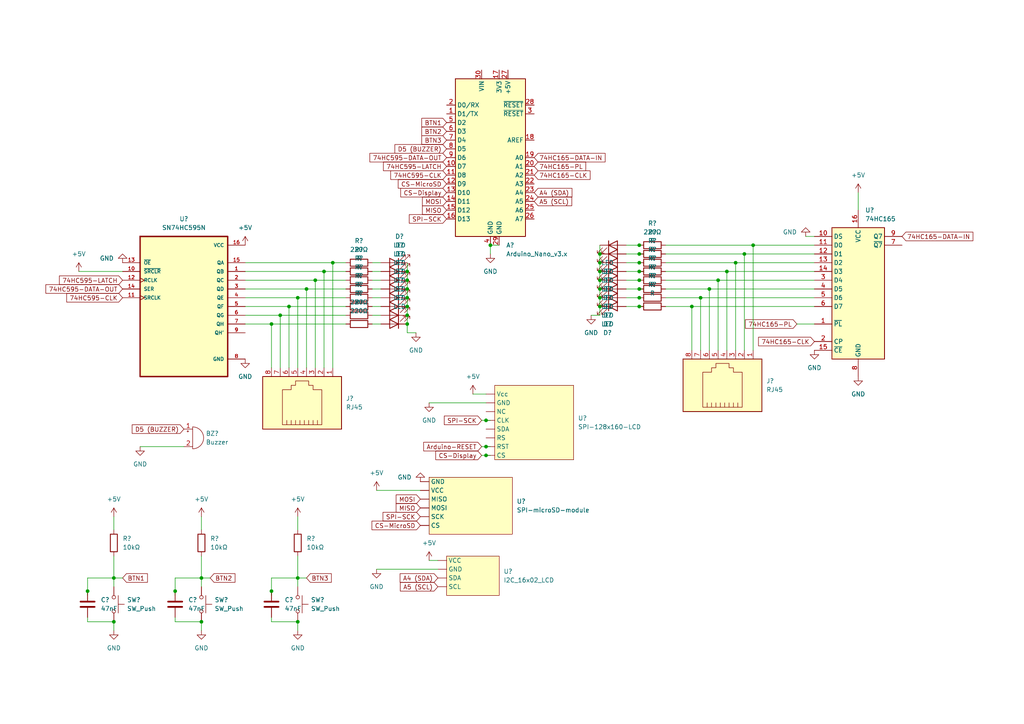
<source format=kicad_sch>
(kicad_sch (version 20211123) (generator eeschema)
  (paper "A4")
  (title_block (title "RJ-45 Tester (by Trifan Bogdan-Cristian)"))
  (lib_symbols
    (symbol "74xx:74HC165"
      (property "Reference" "U" (at -7.62 19.05 0))
      (property "Value" "74HC165" (at -7.62 -21.59 0))
      (symbol "74HC165_1_0"
        (pin input line (at -12.7 -10.16 0) (length 5.08) (name "~{PL}") (number "1"))
        (pin input line (at -12.7 15.24 0) (length 5.08) (name "DS") (number "10"))
        (pin input line (at -12.7 12.7 0) (length 5.08) (name "D0") (number "11"))
        (pin input line (at -12.7 10.16 0) (length 5.08) (name "D1") (number "12"))
        (pin input line (at -12.7 7.62 0) (length 5.08) (name "D2") (number "13"))
        (pin input line (at -12.7 5.08 0) (length 5.08) (name "D3") (number "14"))
        (pin input line (at -12.7 -17.78 0) (length 5.08) (name "~{CE}") (number "15"))
        (pin power_in line (at 0 22.86 270) (length 5.08) (name "VCC") (number "16"))
        (pin input line (at -12.7 -15.24 0) (length 5.08) (name "CP") (number "2"))
        (pin input line (at -12.7 2.54 0) (length 5.08) (name "D4") (number "3"))
        (pin input line (at -12.7 0 0) (length 5.08) (name "D5") (number "4"))
        (pin input line (at -12.7 -2.54 0) (length 5.08) (name "D6") (number "5"))
        (pin input line (at -12.7 -5.08 0) (length 5.08) (name "D7") (number "6"))
        (pin output line (at 12.7 12.7 180) (length 5.08) (name "~{Q7}") (number "7"))
        (pin power_in line (at 0 -25.4 90) (length 5.08) (name "GND") (number "8"))
        (pin output line (at 12.7 15.24 180) (length 5.08) (name "Q7") (number "9"))
      )
      (symbol "74HC165_1_1"
        (rectangle (start -7.62 17.78) (end 7.62 -20.32) (stroke (width 0.254)) (fill (type background)))
      )
    )
    (symbol "Connector:RJ45" (pin_names (offset 1.016))
      (property "Reference" "J" (at -5.08 13.97 0))
      (property "Value" "RJ45" (at 2.54 13.97 0))
      (symbol "RJ45_0_1"
        (polyline (pts (xy -5.08 4.445) (xy -6.35 4.445)))
        (polyline (pts (xy -5.08 5.715) (xy -6.35 5.715)))
        (polyline (pts (xy -6.35 -3.175) (xy -5.08 -3.175) (xy -5.08 -3.175)))
        (polyline (pts (xy -6.35 -1.905) (xy -5.08 -1.905) (xy -5.08 -1.905)))
        (polyline (pts (xy -6.35 -0.635) (xy -5.08 -0.635) (xy -5.08 -0.635)))
        (polyline (pts (xy -6.35 0.635) (xy -5.08 0.635) (xy -5.08 0.635)))
        (polyline (pts (xy -6.35 1.905) (xy -5.08 1.905) (xy -5.08 1.905)))
        (polyline (pts (xy -5.08 3.175) (xy -6.35 3.175) (xy -6.35 3.175)))
        (polyline (pts (xy -6.35 -4.445) (xy -6.35 6.985) (xy 3.81 6.985) (xy 3.81 4.445) (xy 5.08 4.445) (xy 5.08 3.175) (xy 6.35 3.175) (xy 6.35 -0.635) (xy 5.08 -0.635) (xy 5.08 -1.905) (xy 3.81 -1.905) (xy 3.81 -4.445) (xy -6.35 -4.445) (xy -6.35 -4.445)))
        (rectangle (start 7.62 12.7) (end -7.62 -10.16) (stroke (width 0.254)) (fill (type background)))
      )
      (symbol "RJ45_1_1"
        (pin passive line (at 10.16 -7.62 180) (length 2.54) (name "~") (number "1"))
        (pin passive line (at 10.16 -5.08 180) (length 2.54) (name "~") (number "2"))
        (pin passive line (at 10.16 -2.54 180) (length 2.54) (name "~") (number "3"))
        (pin passive line (at 10.16 0 180) (length 2.54) (name "~") (number "4"))
        (pin passive line (at 10.16 2.54 180) (length 2.54) (name "~") (number "5"))
        (pin passive line (at 10.16 5.08 180) (length 2.54) (name "~") (number "6"))
        (pin passive line (at 10.16 7.62 180) (length 2.54) (name "~") (number "7"))
        (pin passive line (at 10.16 10.16 180) (length 2.54) (name "~") (number "8"))
      )
    )
    (symbol "Device:Buzzer" (pin_names (offset 0.0254) hide)
      (property "Reference" "BZ" (at 3.81 1.27 0))
      (property "Value" "Buzzer" (at 3.81 -1.27 0))
      (symbol "Buzzer_0_1"
        (arc (start 0 -3.175) (mid 3.175 0) (end 0 3.175))
        (polyline (pts (xy -1.651 1.905) (xy -1.143 1.905)))
        (polyline (pts (xy -1.397 2.159) (xy -1.397 1.651)))
        (polyline (pts (xy 0 3.175) (xy 0 -3.175)))
      )
      (symbol "Buzzer_1_1"
        (pin passive line (at -2.54 2.54 0) (length 2.54) (name "-") (number "1"))
        (pin passive line (at -2.54 -2.54 0) (length 2.54) (name "+") (number "2"))
      )
    )
    (symbol "Device:C" (pin_numbers hide) (pin_names (offset 0.254))
      (property "Reference" "C" (at 0.635 2.54 0))
      (property "Value" "C" (at 0.635 -2.54 0))
      (symbol "C_0_1"
        (polyline (pts (xy -2.032 -0.762) (xy 2.032 -0.762)) (stroke (width 0.508)))
        (polyline (pts (xy -2.032 0.762) (xy 2.032 0.762)) (stroke (width 0.508)))
      )
      (symbol "C_1_1"
        (pin passive line (at 0 3.81 270) (length 2.794) (name "~") (number "1"))
        (pin passive line (at 0 -3.81 90) (length 2.794) (name "~") (number "2"))
      )
    )
    (symbol "Device:LED" (pin_numbers hide) (pin_names (offset 1.016) hide)
      (property "Reference" "D" (at 0 2.54 0))
      (property "Value" "LED" (at 0 -2.54 0))
      (symbol "LED_0_1"
        (polyline (pts (xy -1.27 -1.27) (xy -1.27 1.27)) (stroke (width 0.254)))
        (polyline (pts (xy -1.27 0) (xy 1.27 0)))
        (polyline (pts (xy 1.27 -1.27) (xy 1.27 1.27) (xy -1.27 0) (xy 1.27 -1.27)) (stroke (width 0.254)))
        (polyline (pts (xy -3.048 -0.762) (xy -4.572 -2.286) (xy -3.81 -2.286) (xy -4.572 -2.286) (xy -4.572 -1.524)))
        (polyline (pts (xy -1.778 -0.762) (xy -3.302 -2.286) (xy -2.54 -2.286) (xy -3.302 -2.286) (xy -3.302 -1.524)))
      )
      (symbol "LED_1_1"
        (pin passive line (at -3.81 0 0) (length 2.54) (name "K") (number "1"))
        (pin passive line (at 3.81 0 180) (length 2.54) (name "A") (number "2"))
      )
    )
    (symbol "Device:R" (pin_numbers hide) (pin_names (offset 0))
      (property "Reference" "R" (at 2.032 0 90))
      (property "Value" "R" (at 0 0 90))
      (symbol "R_0_1"
        (rectangle (start -1.016 -2.54) (end 1.016 2.54) (stroke (width 0.254)))
      )
      (symbol "R_1_1"
        (pin passive line (at 0 3.81 270) (length 1.27) (name "~") (number "1"))
        (pin passive line (at 0 -3.81 90) (length 1.27) (name "~") (number "2"))
      )
    )
    (symbol "MCU_Module:Arduino_Nano_v3.x"
      (property "Reference" "A" (at -10.16 23.495 0))
      (property "Value" "Arduino_Nano_v3.x" (at 5.08 -24.13 0))
      (symbol "Arduino_Nano_v3.x_0_1"
        (rectangle (start -10.16 22.86) (end 10.16 -22.86) (stroke (width 0.254)) (fill (type background)))
      )
      (symbol "Arduino_Nano_v3.x_1_1"
        (pin bidirectional line (at -12.7 12.7 0) (length 2.54) (name "D1/TX") (number "1"))
        (pin bidirectional line (at -12.7 -2.54 0) (length 2.54) (name "D7") (number "10"))
        (pin bidirectional line (at -12.7 -5.08 0) (length 2.54) (name "D8") (number "11"))
        (pin bidirectional line (at -12.7 -7.62 0) (length 2.54) (name "D9") (number "12"))
        (pin bidirectional line (at -12.7 -10.16 0) (length 2.54) (name "D10") (number "13"))
        (pin bidirectional line (at -12.7 -12.7 0) (length 2.54) (name "D11") (number "14"))
        (pin bidirectional line (at -12.7 -15.24 0) (length 2.54) (name "D12") (number "15"))
        (pin bidirectional line (at -12.7 -17.78 0) (length 2.54) (name "D13") (number "16"))
        (pin power_out line (at 2.54 25.4 270) (length 2.54) (name "3V3") (number "17"))
        (pin input line (at 12.7 5.08 180) (length 2.54) (name "AREF") (number "18"))
        (pin bidirectional line (at 12.7 0 180) (length 2.54) (name "A0") (number "19"))
        (pin bidirectional line (at -12.7 15.24 0) (length 2.54) (name "D0/RX") (number "2"))
        (pin bidirectional line (at 12.7 -2.54 180) (length 2.54) (name "A1") (number "20"))
        (pin bidirectional line (at 12.7 -5.08 180) (length 2.54) (name "A2") (number "21"))
        (pin bidirectional line (at 12.7 -7.62 180) (length 2.54) (name "A3") (number "22"))
        (pin bidirectional line (at 12.7 -10.16 180) (length 2.54) (name "A4") (number "23"))
        (pin bidirectional line (at 12.7 -12.7 180) (length 2.54) (name "A5") (number "24"))
        (pin bidirectional line (at 12.7 -15.24 180) (length 2.54) (name "A6") (number "25"))
        (pin bidirectional line (at 12.7 -17.78 180) (length 2.54) (name "A7") (number "26"))
        (pin power_out line (at 5.08 25.4 270) (length 2.54) (name "+5V") (number "27"))
        (pin input line (at 12.7 15.24 180) (length 2.54) (name "~{RESET}") (number "28"))
        (pin power_in line (at 2.54 -25.4 90) (length 2.54) (name "GND") (number "29"))
        (pin input line (at 12.7 12.7 180) (length 2.54) (name "~{RESET}") (number "3"))
        (pin power_in line (at -2.54 25.4 270) (length 2.54) (name "VIN") (number "30"))
        (pin power_in line (at 0 -25.4 90) (length 2.54) (name "GND") (number "4"))
        (pin bidirectional line (at -12.7 10.16 0) (length 2.54) (name "D2") (number "5"))
        (pin bidirectional line (at -12.7 7.62 0) (length 2.54) (name "D3") (number "6"))
        (pin bidirectional line (at -12.7 5.08 0) (length 2.54) (name "D4") (number "7"))
        (pin bidirectional line (at -12.7 2.54 0) (length 2.54) (name "D5") (number "8"))
        (pin bidirectional line (at -12.7 0 0) (length 2.54) (name "D6") (number "9"))
      )
    )
    (symbol "SN74HC595N:SN74HC595N" (pin_names (offset 1.016))
      (property "Reference" "U" (at -12.7 21.32 0))
      (property "Value" "SN74HC595N" (at -12.7 -24.32 0))
      (symbol "SN74HC595N_0_0"
        (rectangle (start -12.7 -20.32) (end 12.7 20.32) (stroke (width 0.41)) (fill (type background)))
        (pin output line (at 17.78 10.16 180) (length 5.08) (name "QB") (number "1"))
        (pin input line (at -17.78 10.16 0) (length 5.08) (name "~{SRCLR}") (number "10"))
        (pin input clock (at -17.78 2.54 0) (length 5.08) (name "SRCLK") (number "11"))
        (pin input clock (at -17.78 7.62 0) (length 5.08) (name "RCLK") (number "12"))
        (pin input line (at -17.78 12.7 0) (length 5.08) (name "~{OE}") (number "13"))
        (pin input line (at -17.78 5.08 0) (length 5.08) (name "SER") (number "14"))
        (pin output line (at 17.78 12.7 180) (length 5.08) (name "QA") (number "15"))
        (pin power_in line (at 17.78 17.78 180) (length 5.08) (name "VCC") (number "16"))
        (pin output line (at 17.78 7.62 180) (length 5.08) (name "QC") (number "2"))
        (pin output line (at 17.78 5.08 180) (length 5.08) (name "QD") (number "3"))
        (pin output line (at 17.78 2.54 180) (length 5.08) (name "QE") (number "4"))
        (pin output line (at 17.78 0 180) (length 5.08) (name "QF") (number "5"))
        (pin output line (at 17.78 -2.54 180) (length 5.08) (name "QG") (number "6"))
        (pin output line (at 17.78 -5.08 180) (length 5.08) (name "QH") (number "7"))
        (pin power_in line (at 17.78 -15.24 180) (length 5.08) (name "GND") (number "8"))
        (pin output line (at 17.78 -7.62 180) (length 5.08) (name "QH'") (number "9"))
      )
    )
    (symbol "Switch:SW_Push" (pin_numbers hide) (pin_names (offset 1.016) hide)
      (property "Reference" "SW" (at 1.27 2.54 0))
      (property "Value" "SW_Push" (at 0 -1.524 0))
      (symbol "SW_Push_0_1"
        (circle (center -2.032 0) (radius 0.508))
        (polyline (pts (xy 0 1.27) (xy 0 3.048)))
        (polyline (pts (xy 2.54 1.27) (xy -2.54 1.27)))
        (circle (center 2.032 0) (radius 0.508))
        (pin passive line (at -5.08 0 0) (length 2.54) (name "1") (number "1"))
        (pin passive line (at 5.08 0 180) (length 2.54) (name "2") (number "2"))
      )
    )
    (symbol "custom-parts:I2C_16x02_LCD"
      (property "Reference" "U" (at 0 0 0))
      (property "Value" "I2C_16x02_LCD" (at 0 0 0))
      (symbol "I2C_16x02_LCD_0_1"
        (rectangle (start -7.62 -1.27) (end 7.62 -12.7) (fill (type background)))
      )
      (symbol "I2C_16x02_LCD_1_1"
        (pin input line (at -10.16 -5.08 0) (length 2.54) (name "GND") (number ""))
        (pin input line (at -10.16 -10.16 0) (length 2.54) (name "SCL") (number ""))
        (pin input line (at -10.16 -7.62 0) (length 2.54) (name "SDA") (number ""))
        (pin input line (at -10.16 -2.54 0) (length 2.54) (name "VCC") (number ""))
      )
    )
    (symbol "custom-parts:SPI-128x160-LCD"
      (property "Reference" "U" (at 0 13.97 0))
      (property "Value" "SPI-128x160-LCD" (at 0 13.97 0))
      (symbol "SPI-128x160-LCD_0_1"
        (rectangle (start -11.43 12.7) (end 11.43 -8.89) (fill (type background)))
      )
      (symbol "SPI-128x160-LCD_1_1"
        (pin input line (at -13.97 2.54 0) (length 2.54) (name "CLK") (number ""))
        (pin input line (at -13.97 -7.62 0) (length 2.54) (name "CS") (number ""))
        (pin input line (at -13.97 7.62 0) (length 2.54) (name "GND") (number ""))
        (pin input line (at -13.97 5.08 0) (length 2.54) (name "NC") (number ""))
        (pin input line (at -13.97 -2.54 0) (length 2.54) (name "RS") (number ""))
        (pin input line (at -13.97 -5.08 0) (length 2.54) (name "RST") (number ""))
        (pin input line (at -13.97 0 0) (length 2.54) (name "SDA") (number ""))
        (pin input line (at -13.97 10.16 0) (length 2.54) (name "Vcc") (number ""))
      )
    )
    (symbol "custom-parts:SPI-microSD-module"
      (property "Reference" "U" (at 0 0 0))
      (property "Value" "SPI-microSD-module" (at 0 0 0))
      (symbol "SPI-microSD-module_0_1"
        (rectangle (start -11.43 -1.27) (end 12.7 -17.78) (fill (type background)))
      )
      (symbol "SPI-microSD-module_1_1"
        (pin input line (at -13.97 -15.24 0) (length 2.54) (name "CS") (number ""))
        (pin input line (at -13.97 -2.54 0) (length 2.54) (name "GND") (number ""))
        (pin input line (at -13.97 -7.62 0) (length 2.54) (name "MISO") (number ""))
        (pin input line (at -13.97 -10.16 0) (length 2.54) (name "MOSI") (number ""))
        (pin input line (at -13.97 -12.7 0) (length 2.54) (name "SCK") (number ""))
        (pin input line (at -13.97 -5.08 0) (length 2.54) (name "VCC") (number ""))
      )
    )
    (symbol "power:+5V" (power) (pin_names (offset 0))
      (property "Value" "+5V" (at 0 3.556 0))
      (symbol "+5V_0_1"
        (polyline (pts (xy -0.762 1.27) (xy 0 2.54)))
        (polyline (pts (xy 0 0) (xy 0 2.54)))
        (polyline (pts (xy 0 2.54) (xy 0.762 1.27)))
      )
      (symbol "+5V_1_1"
        (pin power_in line (at 0 0 90) (length 0) hide (name "+5V") (number "1"))
      )
    )
    (symbol "power:GND" (power) (pin_names (offset 0))
      (property "Value" "GND" (at 0 -3.81 0))
      (symbol "GND_0_1"
        (polyline (pts (xy 0 0) (xy 0 -1.27) (xy 1.27 -1.27) (xy 0 -2.54) (xy -1.27 -1.27) (xy 0 -1.27)))
      )
      (symbol "GND_1_1"
        (pin power_in line (at 0 0 270) (length 0) hide (name "GND") (number "1"))
      )
    )
  )
  (junction (at 118.11 91.44))
  (junction (at 208.28 81.28))
  (junction (at 215.9 73.66))
  (junction (at 185.42 73.66))
  (junction (at 173.99 83.82))
  (junction (at 118.11 78.74))
  (junction (at 173.99 88.9))
  (junction (at 81.28 91.44))
  (junction (at 205.74 83.82))
  (junction (at 88.9 83.82))
  (junction (at 185.42 81.28))
  (junction (at 218.44 71.12))
  (junction (at 185.42 78.74))
  (junction (at 83.82 88.9))
  (junction (at 173.99 81.28))
  (junction (at 96.52 76.2))
  (junction (at 118.11 86.36))
  (junction (at 140.97 132.08))
  (junction (at 86.36 86.36))
  (junction (at 210.82 78.74))
  (junction (at 185.42 88.9))
  (junction (at 185.42 86.36))
  (junction (at 118.11 81.28))
  (junction (at 185.42 71.12))
  (junction (at 93.98 78.74))
  (junction (at 185.42 83.82))
  (junction (at 58.42 180.34))
  (junction (at 200.66 88.9))
  (junction (at 118.11 83.82))
  (junction (at 142.24 71.12))
  (junction (at 78.74 171.45))
  (junction (at 173.99 86.36))
  (junction (at 86.36 167.64))
  (junction (at 185.42 76.2))
  (junction (at 173.99 76.2))
  (junction (at 173.99 73.66))
  (junction (at 58.42 167.64))
  (junction (at 173.99 78.74))
  (junction (at 140.97 129.54))
  (junction (at 91.44 81.28))
  (junction (at 118.11 88.9))
  (junction (at 25.4 171.45))
  (junction (at 213.36 76.2))
  (junction (at 33.02 167.64))
  (junction (at 33.02 180.34))
  (junction (at 118.11 93.98))
  (junction (at 78.74 93.98))
  (junction (at 140.97 121.92))
  (junction (at 50.8 171.45))
  (junction (at 86.36 180.34))
  (junction (at 203.2 86.36))
  (wire (pts (xy 181.61 73.66) (xy 185.42 73.66)))
  (wire (pts (xy 40.64 129.54) (xy 53.34 129.54)))
  (wire (pts (xy 50.8 171.45) (xy 50.8 167.64)))
  (wire (pts (xy 107.95 91.44) (xy 110.49 91.44)))
  (wire (pts (xy 58.42 167.64) (xy 60.96 167.64)))
  (wire (pts (xy 107.95 76.2) (xy 110.49 76.2)))
  (wire (pts (xy 140.97 132.08) (xy 142.24 132.08)))
  (wire (pts (xy 124.46 162.56) (xy 127 162.56)))
  (wire (pts (xy 215.9 73.66) (xy 236.22 73.66)))
  (wire (pts (xy 193.04 73.66) (xy 215.9 73.66)))
  (wire (pts (xy 144.78 71.12) (xy 142.24 71.12)))
  (wire (pts (xy 86.36 167.64) (xy 88.9 167.64)))
  (wire (pts (xy 91.44 81.28) (xy 100.33 81.28)))
  (wire (pts (xy 185.42 88.9) (xy 186.69 88.9)))
  (wire (pts (xy 181.61 86.36) (xy 185.42 86.36)))
  (wire (pts (xy 86.36 153.67) (xy 86.36 149.86)))
  (wire (pts (xy 91.44 81.28) (xy 91.44 106.68)))
  (wire (pts (xy 173.99 91.44) (xy 171.45 91.44)))
  (wire (pts (xy 203.2 86.36) (xy 203.2 101.6)))
  (wire (pts (xy 215.9 101.6) (xy 215.9 73.66)))
  (wire (pts (xy 107.95 81.28) (xy 110.49 81.28)))
  (wire (pts (xy 107.95 78.74) (xy 110.49 78.74)))
  (wire (pts (xy 78.74 93.98) (xy 78.74 106.68)))
  (wire (pts (xy 58.42 153.67) (xy 58.42 149.86)))
  (wire (pts (xy 118.11 96.52) (xy 120.65 96.52)))
  (wire (pts (xy 236.22 88.9) (xy 200.66 88.9)))
  (wire (pts (xy 86.36 167.64) (xy 86.36 170.18)))
  (wire (pts (xy 236.22 83.82) (xy 205.74 83.82)))
  (wire (pts (xy 50.8 172.72) (xy 50.8 171.45)))
  (wire (pts (xy 107.95 88.9) (xy 110.49 88.9)))
  (wire (pts (xy 83.82 88.9) (xy 100.33 88.9)))
  (wire (pts (xy 33.02 161.29) (xy 33.02 167.64)))
  (wire (pts (xy 173.99 76.2) (xy 173.99 78.74)))
  (wire (pts (xy 208.28 81.28) (xy 208.28 101.6)))
  (wire (pts (xy 33.02 153.67) (xy 33.02 149.86)))
  (wire (pts (xy 96.52 76.2) (xy 100.33 76.2)))
  (wire (pts (xy 86.36 161.29) (xy 86.36 167.64)))
  (wire (pts (xy 118.11 76.2) (xy 118.11 78.74)))
  (wire (pts (xy 93.98 78.74) (xy 93.98 106.68)))
  (wire (pts (xy 185.42 76.2) (xy 186.69 76.2)))
  (wire (pts (xy 140.97 129.54) (xy 142.24 129.54)))
  (wire (pts (xy 236.22 76.2) (xy 213.36 76.2)))
  (wire (pts (xy 118.11 78.74) (xy 118.11 81.28)))
  (wire (pts (xy 71.12 76.2) (xy 96.52 76.2)))
  (wire (pts (xy 109.22 165.1) (xy 127 165.1)))
  (wire (pts (xy 50.8 179.07) (xy 50.8 180.34)))
  (wire (pts (xy 81.28 91.44) (xy 100.33 91.44)))
  (wire (pts (xy 210.82 78.74) (xy 236.22 78.74)))
  (wire (pts (xy 22.86 78.74) (xy 35.56 78.74)))
  (wire (pts (xy 109.22 142.24) (xy 121.92 142.24)))
  (wire (pts (xy 173.99 88.9) (xy 173.99 91.44)))
  (wire (pts (xy 25.4 167.64) (xy 33.02 167.64)))
  (wire (pts (xy 233.68 68.58) (xy 236.22 68.58)))
  (wire (pts (xy 107.95 86.36) (xy 110.49 86.36)))
  (wire (pts (xy 231.14 93.98) (xy 236.22 93.98)))
  (wire (pts (xy 58.42 161.29) (xy 58.42 167.64)))
  (wire (pts (xy 33.02 167.64) (xy 33.02 170.18)))
  (wire (pts (xy 181.61 88.9) (xy 185.42 88.9)))
  (wire (pts (xy 181.61 83.82) (xy 185.42 83.82)))
  (wire (pts (xy 248.92 55.88) (xy 248.92 60.96)))
  (wire (pts (xy 205.74 83.82) (xy 193.04 83.82)))
  (wire (pts (xy 213.36 76.2) (xy 213.36 101.6)))
  (wire (pts (xy 25.4 180.34) (xy 33.02 180.34)))
  (wire (pts (xy 139.7 121.92) (xy 140.97 121.92)))
  (wire (pts (xy 185.42 86.36) (xy 186.69 86.36)))
  (wire (pts (xy 140.97 121.92) (xy 142.24 121.92)))
  (wire (pts (xy 71.12 78.74) (xy 93.98 78.74)))
  (wire (pts (xy 71.12 86.36) (xy 86.36 86.36)))
  (wire (pts (xy 137.16 114.3) (xy 140.97 114.3)))
  (wire (pts (xy 173.99 73.66) (xy 173.99 76.2)))
  (wire (pts (xy 25.4 179.07) (xy 25.4 180.34)))
  (wire (pts (xy 185.42 78.74) (xy 186.69 78.74)))
  (wire (pts (xy 78.74 93.98) (xy 100.33 93.98)))
  (wire (pts (xy 181.61 71.12) (xy 185.42 71.12)))
  (wire (pts (xy 88.9 83.82) (xy 88.9 106.68)))
  (wire (pts (xy 71.12 81.28) (xy 91.44 81.28)))
  (wire (pts (xy 181.61 81.28) (xy 185.42 81.28)))
  (wire (pts (xy 107.95 83.82) (xy 110.49 83.82)))
  (wire (pts (xy 58.42 182.88) (xy 58.42 180.34)))
  (wire (pts (xy 203.2 86.36) (xy 236.22 86.36)))
  (wire (pts (xy 173.99 86.36) (xy 173.99 88.9)))
  (wire (pts (xy 86.36 86.36) (xy 100.33 86.36)))
  (wire (pts (xy 213.36 76.2) (xy 193.04 76.2)))
  (wire (pts (xy 33.02 167.64) (xy 35.56 167.64)))
  (wire (pts (xy 218.44 71.12) (xy 193.04 71.12)))
  (wire (pts (xy 58.42 167.64) (xy 58.42 170.18)))
  (wire (pts (xy 139.7 129.54) (xy 140.97 129.54)))
  (wire (pts (xy 78.74 172.72) (xy 78.74 171.45)))
  (wire (pts (xy 185.42 71.12) (xy 186.69 71.12)))
  (wire (pts (xy 71.12 91.44) (xy 81.28 91.44)))
  (wire (pts (xy 173.99 78.74) (xy 173.99 81.28)))
  (wire (pts (xy 96.52 76.2) (xy 96.52 106.68)))
  (wire (pts (xy 185.42 73.66) (xy 186.69 73.66)))
  (wire (pts (xy 200.66 88.9) (xy 200.66 101.6)))
  (wire (pts (xy 193.04 86.36) (xy 203.2 86.36)))
  (wire (pts (xy 78.74 179.07) (xy 78.74 180.34)))
  (wire (pts (xy 185.42 81.28) (xy 186.69 81.28)))
  (wire (pts (xy 218.44 71.12) (xy 218.44 101.6)))
  (wire (pts (xy 25.4 171.45) (xy 25.4 167.64)))
  (wire (pts (xy 107.95 93.98) (xy 110.49 93.98)))
  (wire (pts (xy 181.61 78.74) (xy 185.42 78.74)))
  (wire (pts (xy 88.9 83.82) (xy 100.33 83.82)))
  (wire (pts (xy 208.28 81.28) (xy 193.04 81.28)))
  (wire (pts (xy 86.36 86.36) (xy 86.36 106.68)))
  (wire (pts (xy 118.11 81.28) (xy 118.11 83.82)))
  (wire (pts (xy 118.11 91.44) (xy 118.11 93.98)))
  (wire (pts (xy 33.02 182.88) (xy 33.02 180.34)))
  (wire (pts (xy 50.8 180.34) (xy 58.42 180.34)))
  (wire (pts (xy 25.4 172.72) (xy 25.4 171.45)))
  (wire (pts (xy 236.22 81.28) (xy 208.28 81.28)))
  (wire (pts (xy 210.82 101.6) (xy 210.82 78.74)))
  (wire (pts (xy 83.82 88.9) (xy 83.82 106.68)))
  (wire (pts (xy 193.04 78.74) (xy 210.82 78.74)))
  (wire (pts (xy 118.11 88.9) (xy 118.11 91.44)))
  (wire (pts (xy 78.74 167.64) (xy 86.36 167.64)))
  (wire (pts (xy 78.74 180.34) (xy 86.36 180.34)))
  (wire (pts (xy 205.74 83.82) (xy 205.74 101.6)))
  (wire (pts (xy 142.24 71.12) (xy 142.24 73.66)))
  (wire (pts (xy 173.99 83.82) (xy 173.99 86.36)))
  (wire (pts (xy 93.98 78.74) (xy 100.33 78.74)))
  (wire (pts (xy 50.8 167.64) (xy 58.42 167.64)))
  (wire (pts (xy 124.46 116.84) (xy 140.97 116.84)))
  (wire (pts (xy 139.7 132.08) (xy 140.97 132.08)))
  (wire (pts (xy 118.11 83.82) (xy 118.11 86.36)))
  (wire (pts (xy 200.66 88.9) (xy 193.04 88.9)))
  (wire (pts (xy 185.42 83.82) (xy 186.69 83.82)))
  (wire (pts (xy 81.28 91.44) (xy 81.28 106.68)))
  (wire (pts (xy 86.36 182.88) (xy 86.36 180.34)))
  (wire (pts (xy 118.11 93.98) (xy 118.11 96.52)))
  (wire (pts (xy 71.12 83.82) (xy 88.9 83.82)))
  (wire (pts (xy 78.74 171.45) (xy 78.74 167.64)))
  (wire (pts (xy 71.12 93.98) (xy 78.74 93.98)))
  (wire (pts (xy 173.99 71.12) (xy 173.99 73.66)))
  (wire (pts (xy 118.11 86.36) (xy 118.11 88.9)))
  (wire (pts (xy 173.99 81.28) (xy 173.99 83.82)))
  (wire (pts (xy 181.61 76.2) (xy 185.42 76.2)))
  (wire (pts (xy 236.22 71.12) (xy 218.44 71.12)))
  (wire (pts (xy 71.12 88.9) (xy 83.82 88.9)))
  (global_label "CS-MicroSD" (shape input) (at 129.54 53.34 180) (property "Intersheet References" "${INTERSHEET_REFS}" (effects hide)))
  (global_label "74HC595-LATCH" (shape input) (at 35.56 81.28 180) (property "Intersheet References" "${INTERSHEET_REFS}" (effects hide)))
  (global_label "74HC165-PL" (shape input) (at 154.94 48.26 0) (property "Intersheet References" "${INTERSHEET_REFS}" (effects hide)))
  (global_label "SPI-SCK" (shape input) (at 139.7 121.92 180) (property "Intersheet References" "${INTERSHEET_REFS}" (effects hide)))
  (global_label "MISO" (shape input) (at 129.54 60.96 180) (property "Intersheet References" "${INTERSHEET_REFS}" (effects hide)))
  (global_label "74HC595-CLK" (shape input) (at 35.56 86.36 180) (property "Intersheet References" "${INTERSHEET_REFS}" (effects hide)))
  (global_label "BTN1" (shape input) (at 129.54 35.56 180) (property "Intersheet References" "${INTERSHEET_REFS}" (effects hide)))
  (global_label "74HC165-CLK" (shape input) (at 154.94 50.8 0) (property "Intersheet References" "${INTERSHEET_REFS}" (effects hide)))
  (global_label "MOSI" (shape input) (at 129.54 58.42 180) (property "Intersheet References" "${INTERSHEET_REFS}" (effects hide)))
  (global_label "A5 (SCL)" (shape input) (at 154.94 58.42 0) (property "Intersheet References" "${INTERSHEET_REFS}" (effects hide)))
  (global_label "74HC595-CLK" (shape input) (at 129.54 50.8 180) (property "Intersheet References" "${INTERSHEET_REFS}" (effects hide)))
  (global_label "Arduino-RESET" (shape input) (at 139.7 129.54 180) (property "Intersheet References" "${INTERSHEET_REFS}" (effects hide)))
  (global_label "74HC165-DATA-IN" (shape input) (at 261.62 68.58 0) (property "Intersheet References" "${INTERSHEET_REFS}" (effects hide)))
  (global_label "SPI-SCK" (shape input) (at 129.54 63.5 180) (property "Intersheet References" "${INTERSHEET_REFS}" (effects hide)))
  (global_label "BTN3" (shape input) (at 129.54 40.64 180) (property "Intersheet References" "${INTERSHEET_REFS}" (effects hide)))
  (global_label "BTN3" (shape input) (at 88.9 167.64 0) (property "Intersheet References" "${INTERSHEET_REFS}" (effects hide)))
  (global_label "MOSI" (shape input) (at 121.92 144.78 180) (property "Intersheet References" "${INTERSHEET_REFS}" (effects hide)))
  (global_label "A5 (SCL)" (shape input) (at 127 170.18 180) (property "Intersheet References" "${INTERSHEET_REFS}" (effects hide)))
  (global_label "SPI-SCK" (shape input) (at 121.92 149.86 180) (property "Intersheet References" "${INTERSHEET_REFS}" (effects hide)))
  (global_label "BTN1" (shape input) (at 35.56 167.64 0) (property "Intersheet References" "${INTERSHEET_REFS}" (effects hide)))
  (global_label "BTN2" (shape input) (at 60.96 167.64 0) (property "Intersheet References" "${INTERSHEET_REFS}" (effects hide)))
  (global_label "CS-Display" (shape input) (at 139.7 132.08 180) (property "Intersheet References" "${INTERSHEET_REFS}" (effects hide)))
  (global_label "74HC595-DATA-OUT" (shape input) (at 35.56 83.82 180) (property "Intersheet References" "${INTERSHEET_REFS}" (effects hide)))
  (global_label "74HC595-DATA-OUT" (shape input) (at 129.54 45.72 180) (property "Intersheet References" "${INTERSHEET_REFS}" (effects hide)))
  (global_label "BTN2" (shape input) (at 129.54 38.1 180) (property "Intersheet References" "${INTERSHEET_REFS}" (effects hide)))
  (global_label "MISO" (shape input) (at 121.92 147.32 180) (property "Intersheet References" "${INTERSHEET_REFS}" (effects hide)))
  (global_label "74HC165-PL" (shape input) (at 231.14 93.98 180) (property "Intersheet References" "${INTERSHEET_REFS}" (effects hide)))
  (global_label "74HC595-LATCH" (shape input) (at 129.54 48.26 180) (property "Intersheet References" "${INTERSHEET_REFS}" (effects hide)))
  (global_label "CS-Display" (shape input) (at 129.54 55.88 180) (property "Intersheet References" "${INTERSHEET_REFS}" (effects hide)))
  (global_label "A4 (SDA)" (shape input) (at 154.94 55.88 0) (property "Intersheet References" "${INTERSHEET_REFS}" (effects hide)))
  (global_label "D5 (BUZZER)" (shape input) (at 53.34 124.46 180) (property "Intersheet References" "${INTERSHEET_REFS}" (effects hide)))
  (global_label "CS-MicroSD" (shape input) (at 121.92 152.4 180) (property "Intersheet References" "${INTERSHEET_REFS}" (effects hide)))
  (global_label "74HC165-DATA-IN" (shape input) (at 154.94 45.72 0) (property "Intersheet References" "${INTERSHEET_REFS}" (effects hide)))
  (global_label "74HC165-CLK" (shape input) (at 236.22 99.06 180) (property "Intersheet References" "${INTERSHEET_REFS}" (effects hide)))
  (global_label "D5 (BUZZER)" (shape input) (at 129.54 43.18 180) (property "Intersheet References" "${INTERSHEET_REFS}" (effects hide)))
  (global_label "A4 (SDA)" (shape input) (at 127 167.64 180) (property "Intersheet References" "${INTERSHEET_REFS}" (effects hide)))
  (symbol (lib_id "Device:LED") (at 114.3 81.28 180) (unit 1)
    (property "Reference" "D?" (at 115.8875 73.66 0))
    (property "Value" "LED" (at 115.8875 76.2 0))
  )
  (symbol (lib_id "custom-parts:SPI-128x160-LCD") (at 154.94 124.46 0) (unit 1)
    (property "Reference" "U?" (at 167.64 121.2849 0) (effects (justify left)))
    (property "Value" "SPI-128x160-LCD" (at 167.64 123.8249 0) (effects (justify left)))
  )
  (symbol (lib_id "power:GND") (at 142.24 73.66 0) (unit 1)
    (property "Reference" "#PWR?" (effects hide))
    (property "Value" "GND" (at 142.24 78.74 0))
  )
  (symbol (lib_id "power:+5V") (at 58.42 149.86 0) (unit 1)
    (property "Reference" "#PWR?" (effects hide))
    (property "Value" "+5V" (at 58.42 144.78 0))
  )
  (symbol (lib_id "power:GND") (at 86.36 182.88 0) (unit 1)
    (property "Reference" "#PWR?" (effects hide))
    (property "Value" "GND" (at 86.36 187.96 0))
  )
  (symbol (lib_id "Device:R") (at 189.23 71.12 270) (unit 1)
    (property "Reference" "R?" (at 189.23 64.77 90))
    (property "Value" "220Ω" (at 189.23 67.31 90))
  )
  (symbol (lib_id "power:GND") (at 120.65 96.52 0) (unit 1)
    (property "Reference" "#PWR?" (effects hide))
    (property "Value" "GND" (at 120.65 101.6 0))
  )
  (symbol (lib_id "power:GND") (at 33.02 182.88 0) (unit 1)
    (property "Reference" "#PWR?" (effects hide))
    (property "Value" "GND" (at 33.02 187.96 0))
  )
  (symbol (lib_id "Device:C") (at 50.8 175.26 0) (unit 1)
    (property "Reference" "C?" (at 54.61 173.9899 0) (effects (justify left)))
    (property "Value" "47nF" (at 54.61 176.5299 0) (effects (justify left)))
  )
  (symbol (lib_id "Device:LED") (at 177.8 73.66 0) (unit 1)
    (property "Reference" "D?" (at 176.2125 81.28 0))
    (property "Value" "LED" (at 176.2125 78.74 0))
  )
  (symbol (lib_id "Device:R") (at 189.23 83.82 270) (unit 1)
    (property "Reference" "R?" (at 189.23 77.47 90))
    (property "Value" "R" (at 189.23 80.01 90))
  )
  (symbol (lib_id "Device:LED") (at 114.3 88.9 180) (unit 1)
    (property "Reference" "D?" (at 115.8875 81.28 0))
    (property "Value" "LED" (at 115.8875 83.82 0))
  )
  (symbol (lib_id "power:GND") (at 109.22 165.1 0) (unit 1)
    (property "Reference" "#PWR?" (effects hide))
    (property "Value" "GND" (at 109.22 170.18 0))
  )
  (symbol (lib_id "MCU_Module:Arduino_Nano_v3.x") (at 142.24 45.72 0) (unit 1)
    (property "Reference" "A?" (at 146.7994 71.12 0) (effects (justify left)))
    (property "Value" "Arduino_Nano_v3.x" (at 146.7994 73.66 0) (effects (justify left)))
    (property "Footprint" "Module:Arduino_Nano" (effects hide))
    (property "Datasheet" "http://www.mouser.com/pdfdocs/Gravitech_Arduino_Nano3_0.pdf" (effects hide))
  )
  (symbol (lib_id "power:GND") (at 248.92 109.22 0) (unit 1)
    (property "Reference" "#PWR?" (effects hide))
    (property "Value" "GND" (at 248.92 114.3 0))
  )
  (symbol (lib_id "power:+5V") (at 33.02 149.86 0) (unit 1)
    (property "Reference" "#PWR?" (effects hide))
    (property "Value" "+5V" (at 33.02 144.78 0))
  )
  (symbol (lib_id "Device:LED") (at 114.3 93.98 180) (unit 1)
    (property "Reference" "D?" (at 115.8875 86.36 0))
    (property "Value" "LED" (at 115.8875 88.9 0))
  )
  (symbol (lib_id "Device:R") (at 189.23 86.36 270) (unit 1)
    (property "Reference" "R?" (at 189.23 80.01 90))
    (property "Value" "R" (at 189.23 82.55 90))
  )
  (symbol (lib_id "power:+5V") (at 109.22 142.24 0) (unit 1)
    (property "Reference" "#PWR?" (effects hide))
    (property "Value" "+5V" (at 109.22 137.16 0))
  )
  (symbol (lib_id "Device:R") (at 104.14 93.98 270) (unit 1)
    (property "Reference" "R?" (at 104.14 87.63 90))
    (property "Value" "220Ω" (at 104.14 90.17 90))
  )
  (symbol (lib_id "Device:LED") (at 114.3 91.44 180) (unit 1)
    (property "Reference" "D?" (at 115.8875 83.82 0))
    (property "Value" "LED" (at 115.8875 86.36 0))
  )
  (symbol (lib_id "power:+5V") (at 22.86 78.74 0) (unit 1)
    (property "Reference" "#PWR?" (effects hide))
    (property "Value" "+5V" (at 22.86 73.66 0))
  )
  (symbol (lib_id "Device:LED") (at 177.8 71.12 0) (unit 1)
    (property "Reference" "D?" (at 176.2125 78.74 0))
    (property "Value" "LED" (at 176.2125 76.2 0))
  )
  (symbol (lib_id "Device:R") (at 104.14 83.82 270) (unit 1)
    (property "Reference" "R?" (at 104.14 77.47 90))
    (property "Value" "R" (at 104.14 80.01 90))
  )
  (symbol (lib_id "power:GND") (at 58.42 182.88 0) (unit 1)
    (property "Reference" "#PWR?" (effects hide))
    (property "Value" "GND" (at 58.42 187.96 0))
  )
  (symbol (lib_id "Device:Buzzer") (at 55.88 127 0) (unit 1)
    (property "Reference" "BZ?" (at 59.69 125.7299 0) (effects (justify left)))
    (property "Value" "Buzzer" (at 59.69 128.2699 0) (effects (justify left)))
  )
  (symbol (lib_id "power:GND") (at 71.12 104.14 0) (unit 1)
    (property "Reference" "#PWR?" (effects hide))
    (property "Value" "GND" (at 71.12 109.22 0))
  )
  (symbol (lib_id "Device:R") (at 104.14 76.2 270) (unit 1)
    (property "Reference" "R?" (at 104.14 69.85 90))
    (property "Value" "220Ω" (at 104.14 72.39 90))
  )
  (symbol (lib_id "power:GND") (at 171.45 91.44 0) (unit 1)
    (property "Reference" "#PWR?" (effects hide))
    (property "Value" "GND" (at 171.45 96.52 0))
  )
  (symbol (lib_id "Connector:RJ45") (at 88.9 116.84 90) (unit 1)
    (property "Reference" "J?" (at 100.33 115.5699 90) (effects (justify right)))
    (property "Value" "RJ45" (at 100.33 118.1099 90) (effects (justify right)))
  )
  (symbol (lib_id "Device:R") (at 189.23 73.66 270) (unit 1)
    (property "Reference" "R?" (at 189.23 67.31 90))
    (property "Value" "R" (at 189.23 69.85 90))
  )
  (symbol (lib_id "power:GND") (at 35.56 76.2 0) (mirror x) (unit 1)
    (property "Reference" "#PWR?" (effects hide))
    (property "Value" "GND" (at 33.02 74.9299 0) (effects (justify right)))
  )
  (symbol (lib_id "Device:LED") (at 177.8 88.9 0) (unit 1)
    (property "Reference" "D?" (at 176.2125 96.52 0))
    (property "Value" "LED" (at 176.2125 93.98 0))
  )
  (symbol (lib_id "SN74HC595N:SN74HC595N") (at 53.34 88.9 0) (unit 1)
    (property "Reference" "U?" (at 53.34 63.5 0))
    (property "Value" "SN74HC595N" (at 53.34 66.04 0))
    (property "Footprint" "SN74HC595N:DIP794W45P254L1969H508Q16" (effects hide))
    (property "MF" "Texas Instruments" (effects hide))
    (property "Description" "\n                        \n                            8-bit shift registers with 3-state output registers\n                        \n" (effects hide))
    (property "Package" "PDIP-16 Texas Instruments" (effects hide))
    (property "Price" "None" (effects hide))
    (property "SnapEDA_Link" "https://www.snapeda.com/parts/SN74HC595N/Texas+Instruments/view-part/?ref=snap" (effects hide))
    (property "MP" "SN74HC595N" (effects hide))
    (property "Availability" "In Stock" (effects hide))
    (property "Check_prices" "https://www.snapeda.com/parts/SN74HC595N/Texas+Instruments/view-part/?ref=eda" (effects hide))
  )
  (symbol (lib_id "Connector:RJ45") (at 210.82 111.76 90) (unit 1)
    (property "Reference" "J?" (at 222.25 110.4899 90) (effects (justify right)))
    (property "Value" "RJ45" (at 222.25 113.0299 90) (effects (justify right)))
  )
  (symbol (lib_id "Device:LED") (at 177.8 86.36 0) (unit 1)
    (property "Reference" "D?" (at 176.2125 93.98 0))
    (property "Value" "LED" (at 176.2125 91.44 0))
  )
  (symbol (lib_id "power:GND") (at 121.92 139.7 0) (mirror x) (unit 1)
    (property "Reference" "#PWR?" (effects hide))
    (property "Value" "GND" (at 119.38 138.4299 0) (effects (justify right)))
  )
  (symbol (lib_id "Switch:SW_Push") (at 58.42 175.26 270) (unit 1)
    (property "Reference" "SW?" (at 62.23 173.9899 90) (effects (justify left)))
    (property "Value" "SW_Push" (at 62.23 176.5299 90) (effects (justify left)))
  )
  (symbol (lib_id "Device:LED") (at 114.3 83.82 180) (unit 1)
    (property "Reference" "D?" (at 115.8875 76.2 0))
    (property "Value" "LED" (at 115.8875 78.74 0))
  )
  (symbol (lib_id "power:GND") (at 40.64 129.54 0) (unit 1)
    (property "Reference" "#PWR?" (effects hide))
    (property "Value" "GND" (at 40.64 134.62 0))
  )
  (symbol (lib_id "Device:R") (at 189.23 76.2 270) (unit 1)
    (property "Reference" "R?" (at 189.23 69.85 90))
    (property "Value" "R" (at 189.23 72.39 90))
  )
  (symbol (lib_id "Device:R") (at 104.14 88.9 270) (unit 1)
    (property "Reference" "R?" (at 104.14 82.55 90))
    (property "Value" "R" (at 104.14 85.09 90))
  )
  (symbol (lib_id "power:+5V") (at 137.16 114.3 0) (unit 1)
    (property "Reference" "#PWR?" (effects hide))
    (property "Value" "+5V" (at 137.16 109.22 0))
  )
  (symbol (lib_id "power:+5V") (at 124.46 162.56 0) (unit 1)
    (property "Reference" "#PWR?" (effects hide))
    (property "Value" "+5V" (at 124.46 157.48 0))
  )
  (symbol (lib_id "Device:LED") (at 177.8 78.74 0) (unit 1)
    (property "Reference" "D?" (at 176.2125 86.36 0))
    (property "Value" "LED" (at 176.2125 83.82 0))
  )
  (symbol (lib_id "Device:R") (at 189.23 81.28 270) (unit 1)
    (property "Reference" "R?" (at 189.23 74.93 90))
    (property "Value" "R" (at 189.23 77.47 90))
  )
  (symbol (lib_id "power:GND") (at 124.46 116.84 0) (unit 1)
    (property "Reference" "#PWR?" (effects hide))
    (property "Value" "GND" (at 124.46 121.92 0))
  )
  (symbol (lib_id "Device:LED") (at 177.8 83.82 0) (unit 1)
    (property "Reference" "D?" (at 176.2125 91.44 0))
    (property "Value" "LED" (at 176.2125 88.9 0))
  )
  (symbol (lib_id "power:GND") (at 236.22 101.6 0) (unit 1)
    (property "Reference" "#PWR?" (effects hide))
    (property "Value" "GND" (at 236.22 106.68 0))
  )
  (symbol (lib_id "Device:LED") (at 177.8 81.28 0) (unit 1)
    (property "Reference" "D?" (at 176.2125 88.9 0))
    (property "Value" "LED" (at 176.2125 86.36 0))
  )
  (symbol (lib_id "power:+5V") (at 71.12 71.12 0) (unit 1)
    (property "Reference" "#PWR?" (effects hide))
    (property "Value" "+5V" (at 71.12 66.04 0))
  )
  (symbol (lib_id "Device:R") (at 104.14 86.36 270) (unit 1)
    (property "Reference" "R?" (at 104.14 80.01 90))
    (property "Value" "R" (at 104.14 82.55 90))
  )
  (symbol (lib_id "Device:R") (at 33.02 157.48 0) (unit 1)
    (property "Reference" "R?" (at 35.56 156.2099 0) (effects (justify left)))
    (property "Value" "10kΩ" (at 35.56 158.7499 0) (effects (justify left)))
  )
  (symbol (lib_id "Device:R") (at 104.14 91.44 270) (unit 1)
    (property "Reference" "R?" (at 104.14 85.09 90))
    (property "Value" "220Ω" (at 104.14 87.63 90))
  )
  (symbol (lib_id "Device:R") (at 58.42 157.48 0) (unit 1)
    (property "Reference" "R?" (at 60.96 156.2099 0) (effects (justify left)))
    (property "Value" "10kΩ" (at 60.96 158.7499 0) (effects (justify left)))
  )
  (symbol (lib_id "Device:R") (at 189.23 78.74 270) (unit 1)
    (property "Reference" "R?" (at 189.23 72.39 90))
    (property "Value" "R" (at 189.23 74.93 90))
  )
  (symbol (lib_id "Device:R") (at 104.14 81.28 270) (unit 1)
    (property "Reference" "R?" (at 104.14 74.93 90))
    (property "Value" "R" (at 104.14 77.47 90))
  )
  (symbol (lib_id "Device:LED") (at 114.3 86.36 180) (unit 1)
    (property "Reference" "D?" (at 115.8875 78.74 0))
    (property "Value" "LED" (at 115.8875 81.28 0))
  )
  (symbol (lib_id "Device:R") (at 86.36 157.48 0) (unit 1)
    (property "Reference" "R?" (at 88.9 156.2099 0) (effects (justify left)))
    (property "Value" "10kΩ" (at 88.9 158.7499 0) (effects (justify left)))
  )
  (symbol (lib_id "custom-parts:SPI-microSD-module") (at 135.89 137.16 0) (unit 1)
    (property "Reference" "U?" (at 149.86 145.4149 0) (effects (justify left)))
    (property "Value" "SPI-microSD-module" (at 149.86 147.9549 0) (effects (justify left)))
  )
  (symbol (lib_id "Device:LED") (at 114.3 78.74 180) (unit 1)
    (property "Reference" "D?" (at 115.8875 71.12 0))
    (property "Value" "LED" (at 115.8875 73.66 0))
  )
  (symbol (lib_id "power:+5V") (at 86.36 149.86 0) (unit 1)
    (property "Reference" "#PWR?" (effects hide))
    (property "Value" "+5V" (at 86.36 144.78 0))
  )
  (symbol (lib_id "Device:R") (at 104.14 78.74 270) (unit 1)
    (property "Reference" "R?" (at 104.14 72.39 90))
    (property "Value" "R" (at 104.14 74.93 90))
  )
  (symbol (lib_id "Switch:SW_Push") (at 33.02 175.26 270) (unit 1)
    (property "Reference" "SW?" (at 36.83 173.9899 90) (effects (justify left)))
    (property "Value" "SW_Push" (at 36.83 176.5299 90) (effects (justify left)))
  )
  (symbol (lib_id "Device:LED") (at 177.8 76.2 0) (unit 1)
    (property "Reference" "D?" (at 176.2125 83.82 0))
    (property "Value" "LED" (at 176.2125 81.28 0))
  )
  (symbol (lib_id "Device:C") (at 25.4 175.26 0) (unit 1)
    (property "Reference" "C?" (at 29.21 173.9899 0) (effects (justify left)))
    (property "Value" "47nF" (at 29.21 176.5299 0) (effects (justify left)))
  )
  (symbol (lib_id "Device:R") (at 189.23 88.9 270) (unit 1)
    (property "Reference" "R?" (at 189.23 82.55 90))
    (property "Value" "R" (at 189.23 85.09 90))
  )
  (symbol (lib_id "Device:C") (at 78.74 175.26 0) (unit 1)
    (property "Reference" "C?" (at 82.55 173.9899 0) (effects (justify left)))
    (property "Value" "47nF" (at 82.55 176.5299 0) (effects (justify left)))
  )
  (symbol (lib_id "Device:LED") (at 114.3 76.2 180) (unit 1)
    (property "Reference" "D?" (at 115.8875 68.58 0))
    (property "Value" "LED" (at 115.8875 71.12 0))
  )
  (symbol (lib_id "custom-parts:I2C_16x02_LCD") (at 137.16 160.02 0) (unit 1)
    (property "Reference" "U?" (at 146.05 165.7349 0) (effects (justify left)))
    (property "Value" "I2C_16x02_LCD" (at 146.05 168.2749 0) (effects (justify left)))
  )
  (symbol (lib_id "power:+5V") (at 248.92 55.88 0) (unit 1)
    (property "Reference" "#PWR?" (effects hide))
    (property "Value" "+5V" (at 248.92 50.8 0))
  )
  (symbol (lib_id "Switch:SW_Push") (at 86.36 175.26 270) (unit 1)
    (property "Reference" "SW?" (at 90.17 173.9899 90) (effects (justify left)))
    (property "Value" "SW_Push" (at 90.17 176.5299 90) (effects (justify left)))
  )
  (symbol (lib_id "power:GND") (at 233.68 68.58 0) (mirror x) (unit 1)
    (property "Reference" "#PWR?" (effects hide))
    (property "Value" "GND" (at 231.14 67.3099 0) (effects (justify right)))
  )
  (symbol (lib_id "74xx:74HC165") (at 248.92 83.82 0) (unit 1)
    (property "Reference" "U?" (at 250.9394 60.96 0) (effects (justify left)))
    (property "Value" "74HC165" (at 250.9394 63.5 0) (effects (justify left)))
    (property "Datasheet" "https://assets.nexperia.com/documents/data-sheet/74HC_HCT165.pdf" (effects hide))
  )
)
</source>
